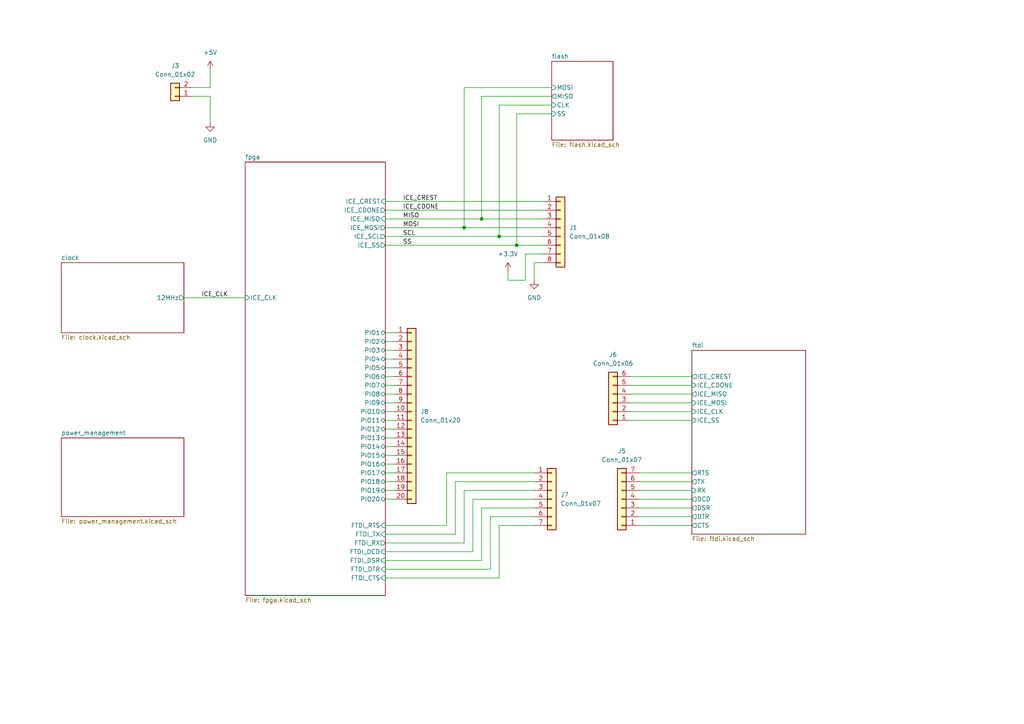
<source format=kicad_sch>
(kicad_sch (version 20230121) (generator eeschema)
  (paper "A4")
  (lib_symbols
    (symbol "Connector_Generic:Conn_01x02" (pin_names (offset 1.016) hide)
      (property "Reference" "J" (at 0 2.54 0))
      (property "Value" "Conn_01x02" (at 0 -5.08 0))
      (symbol "Conn_01x02_1_1"
        (rectangle (start -1.27 -2.413) (end 0 -2.667) (stroke (width 0.1524)))
        (rectangle (start -1.27 0.127) (end 0 -0.127) (stroke (width 0.1524)))
        (rectangle (start -1.27 1.27) (end 1.27 -3.81) (stroke (width 0.254)) (fill (type background)))
        (pin passive line (at -5.08 0 0) (length 3.81) (name "Pin_1") (number "1"))
        (pin passive line (at -5.08 -2.54 0) (length 3.81) (name "Pin_2") (number "2"))
      )
    )
    (symbol "Connector_Generic:Conn_01x06" (pin_names (offset 1.016) hide)
      (property "Reference" "J" (at 0 7.62 0))
      (property "Value" "Conn_01x06" (at 0 -10.16 0))
      (symbol "Conn_01x06_1_1"
        (rectangle (start -1.27 -7.493) (end 0 -7.747) (stroke (width 0.1524)))
        (rectangle (start -1.27 -4.953) (end 0 -5.207) (stroke (width 0.1524)))
        (rectangle (start -1.27 -2.413) (end 0 -2.667) (stroke (width 0.1524)))
        (rectangle (start -1.27 0.127) (end 0 -0.127) (stroke (width 0.1524)))
        (rectangle (start -1.27 2.667) (end 0 2.413) (stroke (width 0.1524)))
        (rectangle (start -1.27 5.207) (end 0 4.953) (stroke (width 0.1524)))
        (rectangle (start -1.27 6.35) (end 1.27 -8.89) (stroke (width 0.254)) (fill (type background)))
        (pin passive line (at -5.08 5.08 0) (length 3.81) (name "Pin_1") (number "1"))
        (pin passive line (at -5.08 2.54 0) (length 3.81) (name "Pin_2") (number "2"))
        (pin passive line (at -5.08 0 0) (length 3.81) (name "Pin_3") (number "3"))
        (pin passive line (at -5.08 -2.54 0) (length 3.81) (name "Pin_4") (number "4"))
        (pin passive line (at -5.08 -5.08 0) (length 3.81) (name "Pin_5") (number "5"))
        (pin passive line (at -5.08 -7.62 0) (length 3.81) (name "Pin_6") (number "6"))
      )
    )
    (symbol "Connector_Generic:Conn_01x07" (pin_names (offset 1.016) hide)
      (property "Reference" "J" (at 0 10.16 0))
      (property "Value" "Conn_01x07" (at 0 -10.16 0))
      (symbol "Conn_01x07_1_1"
        (rectangle (start -1.27 -7.493) (end 0 -7.747) (stroke (width 0.1524)))
        (rectangle (start -1.27 -4.953) (end 0 -5.207) (stroke (width 0.1524)))
        (rectangle (start -1.27 -2.413) (end 0 -2.667) (stroke (width 0.1524)))
        (rectangle (start -1.27 0.127) (end 0 -0.127) (stroke (width 0.1524)))
        (rectangle (start -1.27 2.667) (end 0 2.413) (stroke (width 0.1524)))
        (rectangle (start -1.27 5.207) (end 0 4.953) (stroke (width 0.1524)))
        (rectangle (start -1.27 7.747) (end 0 7.493) (stroke (width 0.1524)))
        (rectangle (start -1.27 8.89) (end 1.27 -8.89) (stroke (width 0.254)) (fill (type background)))
        (pin passive line (at -5.08 7.62 0) (length 3.81) (name "Pin_1") (number "1"))
        (pin passive line (at -5.08 5.08 0) (length 3.81) (name "Pin_2") (number "2"))
        (pin passive line (at -5.08 2.54 0) (length 3.81) (name "Pin_3") (number "3"))
        (pin passive line (at -5.08 0 0) (length 3.81) (name "Pin_4") (number "4"))
        (pin passive line (at -5.08 -2.54 0) (length 3.81) (name "Pin_5") (number "5"))
        (pin passive line (at -5.08 -5.08 0) (length 3.81) (name "Pin_6") (number "6"))
        (pin passive line (at -5.08 -7.62 0) (length 3.81) (name "Pin_7") (number "7"))
      )
    )
    (symbol "Connector_Generic:Conn_01x08" (pin_names (offset 1.016) hide)
      (property "Reference" "J" (at 0 10.16 0))
      (property "Value" "Conn_01x08" (at 0 -12.7 0))
      (symbol "Conn_01x08_1_1"
        (rectangle (start -1.27 -10.033) (end 0 -10.287) (stroke (width 0.1524)))
        (rectangle (start -1.27 -7.493) (end 0 -7.747) (stroke (width 0.1524)))
        (rectangle (start -1.27 -4.953) (end 0 -5.207) (stroke (width 0.1524)))
        (rectangle (start -1.27 -2.413) (end 0 -2.667) (stroke (width 0.1524)))
        (rectangle (start -1.27 0.127) (end 0 -0.127) (stroke (width 0.1524)))
        (rectangle (start -1.27 2.667) (end 0 2.413) (stroke (width 0.1524)))
        (rectangle (start -1.27 5.207) (end 0 4.953) (stroke (width 0.1524)))
        (rectangle (start -1.27 7.747) (end 0 7.493) (stroke (width 0.1524)))
        (rectangle (start -1.27 8.89) (end 1.27 -11.43) (stroke (width 0.254)) (fill (type background)))
        (pin passive line (at -5.08 7.62 0) (length 3.81) (name "Pin_1") (number "1"))
        (pin passive line (at -5.08 5.08 0) (length 3.81) (name "Pin_2") (number "2"))
        (pin passive line (at -5.08 2.54 0) (length 3.81) (name "Pin_3") (number "3"))
        (pin passive line (at -5.08 0 0) (length 3.81) (name "Pin_4") (number "4"))
        (pin passive line (at -5.08 -2.54 0) (length 3.81) (name "Pin_5") (number "5"))
        (pin passive line (at -5.08 -5.08 0) (length 3.81) (name "Pin_6") (number "6"))
        (pin passive line (at -5.08 -7.62 0) (length 3.81) (name "Pin_7") (number "7"))
        (pin passive line (at -5.08 -10.16 0) (length 3.81) (name "Pin_8") (number "8"))
      )
    )
    (symbol "Connector_Generic:Conn_01x20" (pin_names (offset 1.016) hide)
      (property "Reference" "J" (at 0 25.4 0))
      (property "Value" "Conn_01x20" (at 0 -27.94 0))
      (symbol "Conn_01x20_1_1"
        (rectangle (start -1.27 -25.273) (end 0 -25.527) (stroke (width 0.1524)))
        (rectangle (start -1.27 -22.733) (end 0 -22.987) (stroke (width 0.1524)))
        (rectangle (start -1.27 -20.193) (end 0 -20.447) (stroke (width 0.1524)))
        (rectangle (start -1.27 -17.653) (end 0 -17.907) (stroke (width 0.1524)))
        (rectangle (start -1.27 -15.113) (end 0 -15.367) (stroke (width 0.1524)))
        (rectangle (start -1.27 -12.573) (end 0 -12.827) (stroke (width 0.1524)))
        (rectangle (start -1.27 -10.033) (end 0 -10.287) (stroke (width 0.1524)))
        (rectangle (start -1.27 -7.493) (end 0 -7.747) (stroke (width 0.1524)))
        (rectangle (start -1.27 -4.953) (end 0 -5.207) (stroke (width 0.1524)))
        (rectangle (start -1.27 -2.413) (end 0 -2.667) (stroke (width 0.1524)))
        (rectangle (start -1.27 0.127) (end 0 -0.127) (stroke (width 0.1524)))
        (rectangle (start -1.27 2.667) (end 0 2.413) (stroke (width 0.1524)))
        (rectangle (start -1.27 5.207) (end 0 4.953) (stroke (width 0.1524)))
        (rectangle (start -1.27 7.747) (end 0 7.493) (stroke (width 0.1524)))
        (rectangle (start -1.27 10.287) (end 0 10.033) (stroke (width 0.1524)))
        (rectangle (start -1.27 12.827) (end 0 12.573) (stroke (width 0.1524)))
        (rectangle (start -1.27 15.367) (end 0 15.113) (stroke (width 0.1524)))
        (rectangle (start -1.27 17.907) (end 0 17.653) (stroke (width 0.1524)))
        (rectangle (start -1.27 20.447) (end 0 20.193) (stroke (width 0.1524)))
        (rectangle (start -1.27 22.987) (end 0 22.733) (stroke (width 0.1524)))
        (rectangle (start -1.27 24.13) (end 1.27 -26.67) (stroke (width 0.254)) (fill (type background)))
        (pin passive line (at -5.08 22.86 0) (length 3.81) (name "Pin_1") (number "1"))
        (pin passive line (at -5.08 0 0) (length 3.81) (name "Pin_10") (number "10"))
        (pin passive line (at -5.08 -2.54 0) (length 3.81) (name "Pin_11") (number "11"))
        (pin passive line (at -5.08 -5.08 0) (length 3.81) (name "Pin_12") (number "12"))
        (pin passive line (at -5.08 -7.62 0) (length 3.81) (name "Pin_13") (number "13"))
        (pin passive line (at -5.08 -10.16 0) (length 3.81) (name "Pin_14") (number "14"))
        (pin passive line (at -5.08 -12.7 0) (length 3.81) (name "Pin_15") (number "15"))
        (pin passive line (at -5.08 -15.24 0) (length 3.81) (name "Pin_16") (number "16"))
        (pin passive line (at -5.08 -17.78 0) (length 3.81) (name "Pin_17") (number "17"))
        (pin passive line (at -5.08 -20.32 0) (length 3.81) (name "Pin_18") (number "18"))
        (pin passive line (at -5.08 -22.86 0) (length 3.81) (name "Pin_19") (number "19"))
        (pin passive line (at -5.08 20.32 0) (length 3.81) (name "Pin_2") (number "2"))
        (pin passive line (at -5.08 -25.4 0) (length 3.81) (name "Pin_20") (number "20"))
        (pin passive line (at -5.08 17.78 0) (length 3.81) (name "Pin_3") (number "3"))
        (pin passive line (at -5.08 15.24 0) (length 3.81) (name "Pin_4") (number "4"))
        (pin passive line (at -5.08 12.7 0) (length 3.81) (name "Pin_5") (number "5"))
        (pin passive line (at -5.08 10.16 0) (length 3.81) (name "Pin_6") (number "6"))
        (pin passive line (at -5.08 7.62 0) (length 3.81) (name "Pin_7") (number "7"))
        (pin passive line (at -5.08 5.08 0) (length 3.81) (name "Pin_8") (number "8"))
        (pin passive line (at -5.08 2.54 0) (length 3.81) (name "Pin_9") (number "9"))
      )
    )
    (symbol "power:+3.3V" (power) (pin_names (offset 0))
      (property "Value" "+3.3V" (at 0 3.556 0))
      (symbol "+3.3V_0_1"
        (polyline (pts (xy -0.762 1.27) (xy 0 2.54)))
        (polyline (pts (xy 0 0) (xy 0 2.54)))
        (polyline (pts (xy 0 2.54) (xy 0.762 1.27)))
      )
      (symbol "+3.3V_1_1"
        (pin power_in line (at 0 0 90) (length 0) hide (name "+3.3V") (number "1"))
      )
    )
    (symbol "power:+5V" (power) (pin_names (offset 0))
      (property "Value" "+5V" (at 0 3.556 0))
      (symbol "+5V_0_1"
        (polyline (pts (xy -0.762 1.27) (xy 0 2.54)))
        (polyline (pts (xy 0 0) (xy 0 2.54)))
        (polyline (pts (xy 0 2.54) (xy 0.762 1.27)))
      )
      (symbol "+5V_1_1"
        (pin power_in line (at 0 0 90) (length 0) hide (name "+5V") (number "1"))
      )
    )
    (symbol "power:GND" (power) (pin_names (offset 0))
      (property "Value" "GND" (at 0 -3.81 0))
      (symbol "GND_0_1"
        (polyline (pts (xy 0 0) (xy 0 -1.27) (xy 1.27 -1.27) (xy 0 -2.54) (xy -1.27 -1.27) (xy 0 -1.27)))
      )
      (symbol "GND_1_1"
        (pin power_in line (at 0 0 270) (length 0) hide (name "GND") (number "1"))
      )
    )
  )
  (junction (at 134.62 66.04))
  (junction (at 139.7 63.5))
  (junction (at 149.86 71.12))
  (junction (at 144.78 68.58))
  (wire (pts (xy 154.94 139.7) (xy 132.08 139.7)))
  (wire (pts (xy 129.54 137.16) (xy 154.94 137.16)))
  (wire (pts (xy 129.54 152.4) (xy 129.54 137.16)))
  (wire (pts (xy 160.02 25.4) (xy 134.62 25.4)))
  (wire (pts (xy 111.76 99.06) (xy 114.3 99.06)))
  (wire (pts (xy 139.7 27.94) (xy 139.7 63.5)))
  (wire (pts (xy 111.76 119.38) (xy 114.3 119.38)))
  (wire (pts (xy 144.78 30.48) (xy 144.78 68.58)))
  (wire (pts (xy 185.42 144.78) (xy 200.66 144.78)))
  (wire (pts (xy 160.02 30.48) (xy 144.78 30.48)))
  (wire (pts (xy 134.62 142.24) (xy 154.94 142.24)))
  (wire (pts (xy 111.76 132.08) (xy 114.3 132.08)))
  (wire (pts (xy 185.42 139.7) (xy 200.66 139.7)))
  (wire (pts (xy 111.76 116.84) (xy 114.3 116.84)))
  (wire (pts (xy 139.7 162.56) (xy 139.7 147.32)))
  (wire (pts (xy 132.08 154.94) (xy 111.76 154.94)))
  (wire (pts (xy 182.88 121.92) (xy 200.66 121.92)))
  (wire (pts (xy 139.7 63.5) (xy 157.48 63.5)))
  (wire (pts (xy 60.96 25.4) (xy 55.88 25.4)))
  (wire (pts (xy 144.78 68.58) (xy 157.48 68.58)))
  (wire (pts (xy 185.42 149.86) (xy 200.66 149.86)))
  (wire (pts (xy 111.76 139.7) (xy 114.3 139.7)))
  (wire (pts (xy 111.76 114.3) (xy 114.3 114.3)))
  (wire (pts (xy 144.78 152.4) (xy 154.94 152.4)))
  (wire (pts (xy 111.76 127) (xy 114.3 127)))
  (wire (pts (xy 152.4 73.66) (xy 157.48 73.66)))
  (wire (pts (xy 185.42 152.4) (xy 200.66 152.4)))
  (wire (pts (xy 185.42 147.32) (xy 200.66 147.32)))
  (wire (pts (xy 111.76 144.78) (xy 114.3 144.78)))
  (wire (pts (xy 111.76 167.64) (xy 144.78 167.64)))
  (wire (pts (xy 182.88 119.38) (xy 200.66 119.38)))
  (wire (pts (xy 60.96 27.94) (xy 55.88 27.94)))
  (wire (pts (xy 111.76 96.52) (xy 114.3 96.52)))
  (wire (pts (xy 147.32 81.28) (xy 152.4 81.28)))
  (wire (pts (xy 111.76 63.5) (xy 139.7 63.5)))
  (wire (pts (xy 111.76 129.54) (xy 114.3 129.54)))
  (wire (pts (xy 111.76 152.4) (xy 129.54 152.4)))
  (wire (pts (xy 144.78 167.64) (xy 144.78 152.4)))
  (wire (pts (xy 111.76 162.56) (xy 139.7 162.56)))
  (wire (pts (xy 111.76 121.92) (xy 114.3 121.92)))
  (wire (pts (xy 185.42 137.16) (xy 200.66 137.16)))
  (wire (pts (xy 111.76 109.22) (xy 114.3 109.22)))
  (wire (pts (xy 182.88 116.84) (xy 200.66 116.84)))
  (wire (pts (xy 111.76 124.46) (xy 114.3 124.46)))
  (wire (pts (xy 154.94 76.2) (xy 154.94 81.28)))
  (wire (pts (xy 149.86 33.02) (xy 149.86 71.12)))
  (wire (pts (xy 111.76 111.76) (xy 114.3 111.76)))
  (wire (pts (xy 154.94 149.86) (xy 142.24 149.86)))
  (wire (pts (xy 111.76 71.12) (xy 149.86 71.12)))
  (wire (pts (xy 111.76 60.96) (xy 157.48 60.96)))
  (wire (pts (xy 111.76 101.6) (xy 114.3 101.6)))
  (wire (pts (xy 147.32 78.74) (xy 147.32 81.28)))
  (wire (pts (xy 132.08 139.7) (xy 132.08 154.94)))
  (wire (pts (xy 137.16 160.02) (xy 111.76 160.02)))
  (wire (pts (xy 111.76 68.58) (xy 144.78 68.58)))
  (wire (pts (xy 182.88 114.3) (xy 200.66 114.3)))
  (wire (pts (xy 60.96 20.32) (xy 60.96 25.4)))
  (wire (pts (xy 53.34 86.36) (xy 71.12 86.36)))
  (wire (pts (xy 182.88 111.76) (xy 200.66 111.76)))
  (wire (pts (xy 139.7 147.32) (xy 154.94 147.32)))
  (wire (pts (xy 134.62 66.04) (xy 157.48 66.04)))
  (wire (pts (xy 111.76 157.48) (xy 134.62 157.48)))
  (wire (pts (xy 111.76 142.24) (xy 114.3 142.24)))
  (wire (pts (xy 111.76 134.62) (xy 114.3 134.62)))
  (wire (pts (xy 160.02 27.94) (xy 139.7 27.94)))
  (wire (pts (xy 154.94 76.2) (xy 157.48 76.2)))
  (wire (pts (xy 154.94 144.78) (xy 137.16 144.78)))
  (wire (pts (xy 182.88 109.22) (xy 200.66 109.22)))
  (wire (pts (xy 142.24 165.1) (xy 111.76 165.1)))
  (wire (pts (xy 111.76 104.14) (xy 114.3 104.14)))
  (wire (pts (xy 111.76 66.04) (xy 134.62 66.04)))
  (wire (pts (xy 134.62 25.4) (xy 134.62 66.04)))
  (wire (pts (xy 160.02 33.02) (xy 149.86 33.02)))
  (wire (pts (xy 149.86 71.12) (xy 157.48 71.12)))
  (wire (pts (xy 142.24 149.86) (xy 142.24 165.1)))
  (wire (pts (xy 111.76 137.16) (xy 114.3 137.16)))
  (wire (pts (xy 111.76 106.68) (xy 114.3 106.68)))
  (wire (pts (xy 134.62 157.48) (xy 134.62 142.24)))
  (wire (pts (xy 185.42 142.24) (xy 200.66 142.24)))
  (wire (pts (xy 60.96 27.94) (xy 60.96 35.56)))
  (wire (pts (xy 137.16 144.78) (xy 137.16 160.02)))
  (wire (pts (xy 111.76 58.42) (xy 157.48 58.42)))
  (wire (pts (xy 152.4 81.28) (xy 152.4 73.66)))
  (label "ICE_CDONE" (at 116.84 60.96 0))
  (label "SCL" (at 116.84 68.58 0))
  (label "MOSI" (at 116.84 66.04 0))
  (label "ICE_CLK" (at 58.42 86.36 0))
  (label "ICE_CREST" (at 116.84 58.42 0))
  (label "SS" (at 116.84 71.12 0))
  (label "MISO" (at 116.84 63.5 0))
  (symbol (lib_id "power:+3.3V") (at 147.32 78.74 0) (unit 1)
    (property "Reference" "#PWR045" (effects hide))
    (property "Value" "+3.3V" (at 147.32 73.66 0))
  )
  (symbol (lib_id "Connector_Generic:Conn_01x06") (at 177.8 116.84 180) (unit 1)
    (property "Reference" "J6" (at 177.8 102.87 0))
    (property "Value" "Conn_01x06" (at 177.8 105.41 0))
  )
  (symbol (lib_id "Connector_Generic:Conn_01x08") (at 162.56 66.04 0) (unit 1)
    (property "Reference" "J1" (at 165.1 66.04 0) (effects (justify left)))
    (property "Value" "Conn_01x08" (at 165.1 68.58 0) (effects (justify left)))
    (property "Footprint" "Connector_PinHeader_2.54mm:PinHeader_2x04_P2.54mm_Vertical" (effects hide))
  )
  (symbol (lib_id "Connector_Generic:Conn_01x07") (at 180.34 144.78 180) (unit 1)
    (property "Reference" "J5" (at 180.34 130.81 0))
    (property "Value" "Conn_01x07" (at 180.34 133.35 0))
  )
  (symbol (lib_id "power:GND") (at 154.94 81.28 0) (unit 1)
    (property "Reference" "#PWR046" (effects hide))
    (property "Value" "GND" (at 154.94 86.36 0))
  )
  (symbol (lib_id "Connector_Generic:Conn_01x07") (at 160.02 144.78 0) (unit 1)
    (property "Reference" "J7" (at 162.56 143.51 0) (effects (justify left)))
    (property "Value" "Conn_01x07" (at 162.56 146.05 0) (effects (justify left)))
  )
  (symbol (lib_id "power:+5V") (at 60.96 20.32 0) (unit 1)
    (property "Reference" "#PWR086" (effects hide))
    (property "Value" "+5V" (at 60.96 15.24 0))
  )
  (symbol (lib_id "power:GND") (at 60.96 35.56 0) (unit 1)
    (property "Reference" "#PWR087" (effects hide))
    (property "Value" "GND" (at 60.96 40.64 0))
  )
  (symbol (lib_id "Connector_Generic:Conn_01x20") (at 119.38 119.38 0) (unit 1)
    (property "Reference" "J8" (at 121.92 119.38 0) (effects (justify left)))
    (property "Value" "Conn_01x20" (at 121.92 121.92 0) (effects (justify left)))
  )
  (symbol (lib_id "Connector_Generic:Conn_01x02") (at 50.8 27.94 180) (unit 1)
    (property "Reference" "J3" (at 50.8 19.05 0))
    (property "Value" "Conn_01x02" (at 50.8 21.59 0))
  )
  (sheet (at 71.12 46.99) (size 40.64 125.73) (stroke (width 0.1524))
    (property "Sheetname" "fpga" (at 71.12 46.2784 0) (effects (justify left bottom)))
    (property "Sheetfile" "fpga.kicad_sch" (at 71.12 173.3046 0) (effects (justify left top)))
    (pin "ICE_CLK" input (at 71.12 86.36 180))
    (pin "PIO1" bidirectional (at 111.76 96.52 0))
    (pin "PIO2" bidirectional (at 111.76 99.06 0))
    (pin "PIO3" bidirectional (at 111.76 101.6 0))
    (pin "PIO4" bidirectional (at 111.76 104.14 0))
    (pin "PIO5" bidirectional (at 111.76 106.68 0))
    (pin "PIO6" bidirectional (at 111.76 109.22 0))
    (pin "PIO7" bidirectional (at 111.76 111.76 0))
    (pin "PIO8" bidirectional (at 111.76 114.3 0))
    (pin "PIO9" bidirectional (at 111.76 116.84 0))
    (pin "PIO10" bidirectional (at 111.76 119.38 0))
    (pin "PIO11" bidirectional (at 111.76 121.92 0))
    (pin "PIO12" bidirectional (at 111.76 124.46 0))
    (pin "PIO13" bidirectional (at 111.76 127 0))
    (pin "PIO14" bidirectional (at 111.76 129.54 0))
    (pin "PIO15" bidirectional (at 111.76 132.08 0))
    (pin "PIO16" bidirectional (at 111.76 134.62 0))
    (pin "PIO17" bidirectional (at 111.76 137.16 0))
    (pin "PIO19" bidirectional (at 111.76 142.24 0))
    (pin "PIO18" bidirectional (at 111.76 139.7 0))
    (pin "PIO20" bidirectional (at 111.76 144.78 0))
    (pin "ICE_MISO" input (at 111.76 63.5 0))
    (pin "ICE_CREST" input (at 111.76 58.42 0))
    (pin "ICE_MOSI" output (at 111.76 66.04 0))
    (pin "ICE_SCL" output (at 111.76 68.58 0))
    (pin "ICE_SS" output (at 111.76 71.12 0))
    (pin "ICE_CDONE" output (at 111.76 60.96 0))
    (pin "FTDI_RTS" input (at 111.76 152.4 0))
    (pin "FTDI_TX" input (at 111.76 154.94 0))
    (pin "FTDI_DCD" input (at 111.76 160.02 0))
    (pin "FTDI_DSR" input (at 111.76 162.56 0))
    (pin "FTDI_DTR" input (at 111.76 165.1 0))
    (pin "FTDI_CTS" input (at 111.76 167.64 0))
    (pin "FTDI_RX" output (at 111.76 157.48 0))
  )
  (sheet (at 160.02 17.78) (size 17.78 22.86) (stroke (width 0.1524))
    (property "Sheetname" "flash" (at 160.02 17.0684 0) (effects (justify left bottom)))
    (property "Sheetfile" "flash.kicad_sch" (at 160.02 41.2246 0) (effects (justify left top)))
    (pin "MOSI" input (at 160.02 25.4 180))
    (pin "MISO" output (at 160.02 27.94 180))
    (pin "CLK" input (at 160.02 30.48 180))
    (pin "SS" input (at 160.02 33.02 180))
  )
  (sheet (at 17.78 76.2) (size 35.56 20.32) (stroke (width 0.1524))
    (property "Sheetname" "clock" (at 17.78 75.4884 0) (effects (justify left bottom)))
    (property "Sheetfile" "clock.kicad_sch" (at 17.78 97.1046 0) (effects (justify left top)))
    (pin "12MHz" output (at 53.34 86.36 0))
  )
  (sheet (at 200.66 101.6) (size 33.02 53.34) (stroke (width 0.1524))
    (property "Sheetname" "ftdi" (at 200.66 100.8884 0) (effects (justify left bottom)))
    (property "Sheetfile" "ftdi.kicad_sch" (at 200.66 155.5246 0) (effects (justify left top)))
    (pin "RX" input (at 200.66 142.24 180))
    (pin "TX" output (at 200.66 139.7 180))
    (pin "DCD" output (at 200.66 144.78 180))
    (pin "DSR" output (at 200.66 147.32 180))
    (pin "DTR" output (at 200.66 149.86 180))
    (pin "RTS" output (at 200.66 137.16 180))
    (pin "CTS" output (at 200.66 152.4 180))
    (pin "ICE_MISO" output (at 200.66 114.3 180))
    (pin "ICE_CDONE" input (at 200.66 111.76 180))
    (pin "ICE_MOSI" input (at 200.66 116.84 180))
    (pin "ICE_SS" input (at 200.66 121.92 180))
    (pin "ICE_CLK" input (at 200.66 119.38 180))
    (pin "ICE_CREST" output (at 200.66 109.22 180))
  )
  (sheet (at 17.78 127) (size 35.56 22.86) (stroke (width 0.1524))
    (property "Sheetname" "power_management" (at 17.78 126.2884 0) (effects (justify left bottom)))
    (property "Sheetfile" "power_management.kicad_sch" (at 17.78 150.4446 0) (effects (justify left top)))
  )
)
</source>
